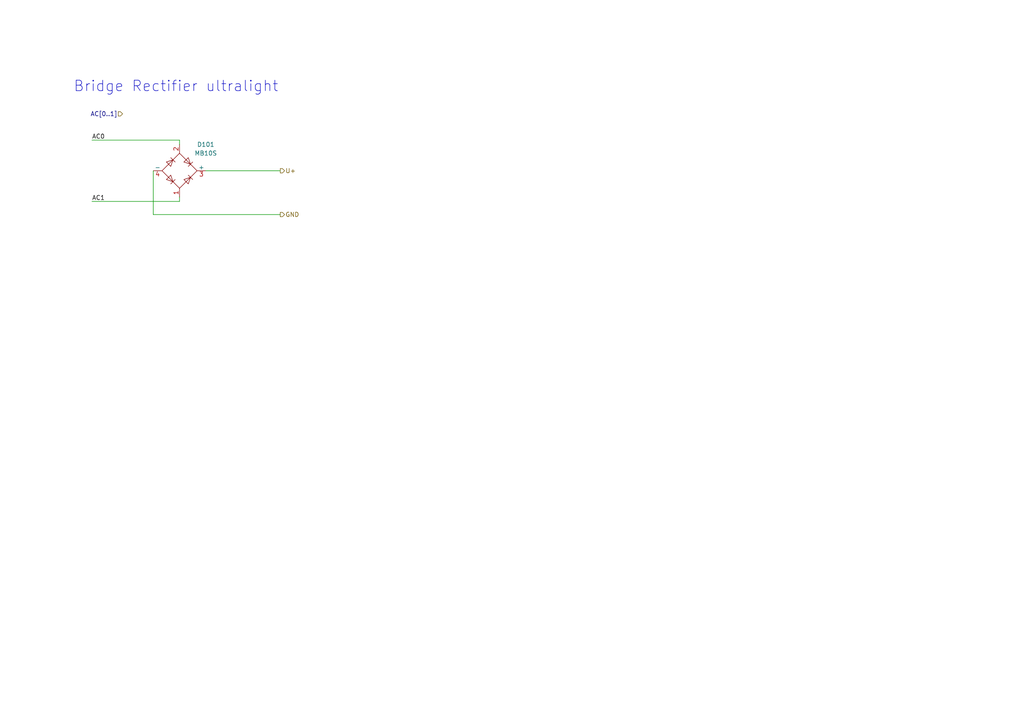
<source format=kicad_sch>
(kicad_sch (version 20231120) (generator "eeschema") (generator_version "8.0")
  (paper "A4")
  (lib_symbols
    (symbol "Diode_Bridge:RMB2S" (pin_names (offset 0))
      (property "Reference" "D" (at 2.54 6.985 0))
      (property "Value" "RMB2S" (at 2.54 5.08 0))
      (symbol "RMB2S_0_1"
        (polyline (pts (xy -2.54 3.81) (xy -1.27 2.54)))
        (polyline (pts (xy -1.27 -2.54) (xy -2.54 -3.81)))
        (polyline (pts (xy 2.54 -1.27) (xy 3.81 -2.54)))
        (polyline (pts (xy 2.54 1.27) (xy 3.81 2.54)))
        (polyline (pts (xy -3.81 2.54) (xy -2.54 1.27) (xy -1.905 3.175) (xy -3.81 2.54)))
        (polyline (pts (xy -2.54 -1.27) (xy -3.81 -2.54) (xy -1.905 -3.175) (xy -2.54 -1.27)))
        (polyline (pts (xy 1.27 2.54) (xy 2.54 3.81) (xy 3.175 1.905) (xy 1.27 2.54)))
        (polyline (pts (xy 3.175 -1.905) (xy 1.27 -2.54) (xy 2.54 -3.81) (xy 3.175 -1.905)))
        (polyline (pts (xy -5.08 0) (xy 0 -5.08) (xy 5.08 0) (xy 0 5.08) (xy -5.08 0)))
      )
      (symbol "RMB2S_1_1"
        (pin passive line (at 0 -7.62 90) (length 2.54) (name "~") (number "1"))
        (pin passive line (at 0 7.62 270) (length 2.54) (name "~") (number "2"))
        (pin passive line (at 7.62 0 180) (length 2.54) (name "+") (number "3"))
        (pin passive line (at -7.62 0 0) (length 2.54) (name "-") (number "4"))
      )
    )
  )
  (wire (pts (xy 59.69 49.53) (xy 81.28 49.53)))
  (wire (pts (xy 44.45 49.53) (xy 44.45 62.23)))
  (wire (pts (xy 81.28 62.23) (xy 44.45 62.23)))
  (wire (pts (xy 26.67 58.42) (xy 52.07 58.42)))
  (wire (pts (xy 52.07 58.42) (xy 52.07 57.15)))
  (wire (pts (xy 52.07 40.64) (xy 52.07 41.91)))
  (wire (pts (xy 26.67 40.64) (xy 52.07 40.64)))
  (text "Bridge Rectifier ultralight" (at 51.054 25.146 0) (effects (font (size 3.048 3.048))))
  (label "AC1" (at 26.67 58.42 0))
  (label "AC0" (at 26.67 40.64 0))
  (hierarchical_label "GND" (shape output) (at 81.28 62.23 0))
  (hierarchical_label "AC[0..1]" (shape input) (at 35.56 33.02 180))
  (hierarchical_label "U+" (shape output) (at 81.28 49.53 0))
  (symbol (lib_id "Diode_Bridge:RMB2S") (at 52.07 49.53 0) (unit 1)
    (property "Reference" "D101" (at 59.69 41.91 0))
    (property "Value" "MB10S" (at 59.69 44.45 0))
    (property "Footprint" "Package_TO_SOT_SMD:TO-269AA" (effects (hide yes)))
    (property "Datasheet" "http://www.vishay.com/docs/88705/rmbs.pdf" (effects (hide yes)))
    (property "Description" "Miniature Glass Passivated Single-Phase Surface Mount Bridge Rectifiers, 140V Vrms, 0.5A If, TO-269AA" (effects (hide yes)))
    (property "OLI_ID" "MB10S_MBS" (effects (hide yes)))
  )
)
</source>
